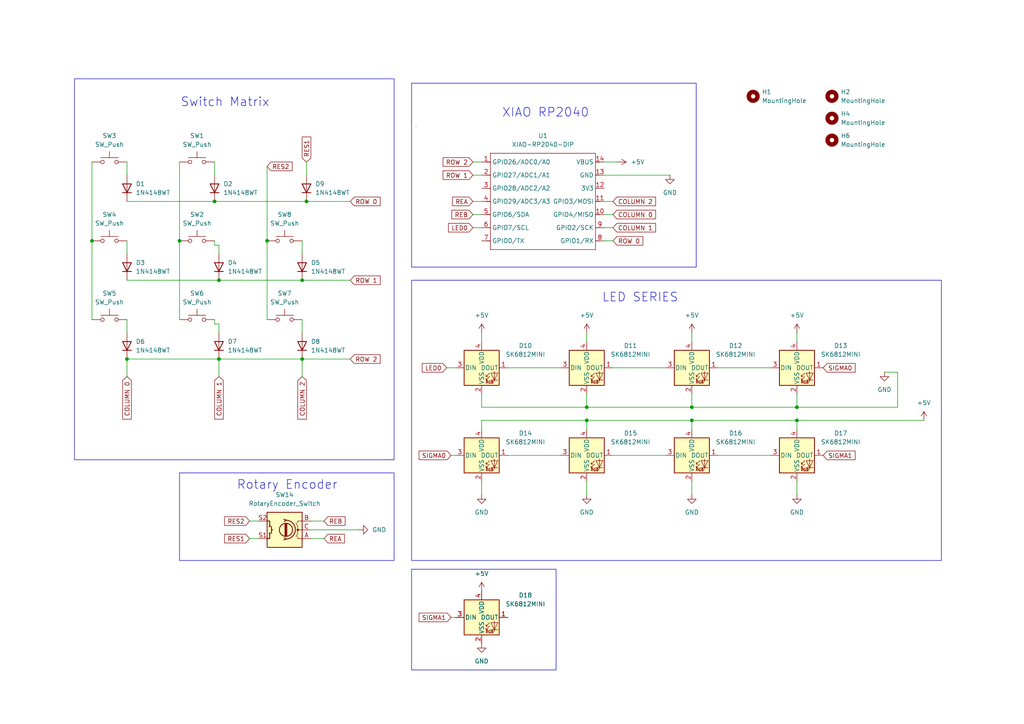
<source format=kicad_sch>
(kicad_sch (version 20250114) (generator "eeschema") (generator_version "9.0")
  (paper "A4")
  (lib_symbols
    (symbol "Device:RotaryEncoder_Switch" (pin_names (offset 0.254) (hide yes))
      (property "Reference" "SW" (at 0 6.604 0))
      (property "Value" "RotaryEncoder_Switch" (at 0 -6.604 0))
      (symbol "RotaryEncoder_Switch_0_1"
        (rectangle (start -5.08 5.08) (end 5.08 -5.08) (stroke (width 0.254)) (fill (type background)))
        (polyline (pts (xy -5.08 2.54) (xy -3.81 2.54) (xy -3.81 2.032)))
        (polyline (pts (xy -5.08 0) (xy -3.81 0) (xy -3.81 -1.016) (xy -3.302 -2.032)))
        (polyline (pts (xy -5.08 -2.54) (xy -3.81 -2.54) (xy -3.81 -2.032)))
        (polyline (pts (xy -4.318 0) (xy -3.81 0) (xy -3.81 1.016) (xy -3.302 2.032)))
        (circle (center -3.81 0) (radius 0.254) (fill (type outline)))
        (polyline (pts (xy -0.635 -1.778) (xy -0.635 1.778)) (stroke (width 0.254)))
        (circle (center -0.381 0) (radius 1.905) (stroke (width 0.254)))
        (polyline (pts (xy -0.381 -1.778) (xy -0.381 1.778)) (stroke (width 0.254)))
        (arc (start -0.381 -2.794) (mid -3.0988 -0.0635) (end -0.381 2.667) (stroke (width 0.254)))
        (polyline (pts (xy -0.127 1.778) (xy -0.127 -1.778)) (stroke (width 0.254)))
        (polyline (pts (xy 0.254 2.921) (xy -0.508 2.667) (xy 0.127 2.286)) (stroke (width 0.254)))
        (polyline (pts (xy 0.254 -3.048) (xy -0.508 -2.794) (xy 0.127 -2.413)) (stroke (width 0.254)))
        (polyline (pts (xy 3.81 1.016) (xy 3.81 -1.016)) (stroke (width 0.254)))
        (polyline (pts (xy 3.81 0) (xy 3.429 0)) (stroke (width 0.254)))
        (circle (center 4.318 1.016) (radius 0.127) (stroke (width 0.254)))
        (circle (center 4.318 -1.016) (radius 0.127) (stroke (width 0.254)))
        (polyline (pts (xy 5.08 2.54) (xy 4.318 2.54) (xy 4.318 1.016)) (stroke (width 0.254)))
        (polyline (pts (xy 5.08 -2.54) (xy 4.318 -2.54) (xy 4.318 -1.016)) (stroke (width 0.254)))
      )
      (symbol "RotaryEncoder_Switch_1_1"
        (pin passive line (at -7.62 2.54 0) (length 2.54) (name "A") (number "A"))
        (pin passive line (at -7.62 0 0) (length 2.54) (name "C") (number "C"))
        (pin passive line (at -7.62 -2.54 0) (length 2.54) (name "B") (number "B"))
        (pin passive line (at 7.62 2.54 180) (length 2.54) (name "S1") (number "S1"))
        (pin passive line (at 7.62 -2.54 180) (length 2.54) (name "S2") (number "S2"))
      )
    )
    (symbol "Diode:1N4148WT" (pin_numbers (hide yes)) (pin_names (hide yes))
      (property "Reference" "D" (at 0 2.54 0))
      (property "Value" "1N4148WT" (at 0 -2.54 0))
      (symbol "1N4148WT_0_1"
        (polyline (pts (xy -1.27 1.27) (xy -1.27 -1.27)) (stroke (width 0.254)))
        (polyline (pts (xy 1.27 1.27) (xy 1.27 -1.27) (xy -1.27 0) (xy 1.27 1.27)) (stroke (width 0.254)))
        (polyline (pts (xy 1.27 0) (xy -1.27 0)))
      )
      (symbol "1N4148WT_1_1"
        (pin passive line (at -3.81 0 0) (length 2.54) (name "K") (number "1"))
        (pin passive line (at 3.81 0 180) (length 2.54) (name "A") (number "2"))
      )
    )
    (symbol "LED:SK6812MINI" (pin_names (offset 0.254))
      (property "Reference" "D" (at 5.08 5.715 0))
      (property "Value" "SK6812MINI" (at 1.27 -5.715 0))
      (symbol "SK6812MINI_0_0"
        (text "RGB" (at 2.286 -4.191 0) (effects (font (size 0.762 0.762))))
      )
      (symbol "SK6812MINI_0_1"
        (polyline (pts (xy 1.27 -2.54) (xy 1.778 -2.54)))
        (polyline (pts (xy 1.27 -3.556) (xy 1.778 -3.556)))
        (polyline (pts (xy 2.286 -1.524) (xy 1.27 -2.54) (xy 1.27 -2.032)))
        (polyline (pts (xy 2.286 -2.54) (xy 1.27 -3.556) (xy 1.27 -3.048)))
        (polyline (pts (xy 3.683 -1.016) (xy 3.683 -3.556) (xy 3.683 -4.064)))
        (polyline (pts (xy 4.699 -1.524) (xy 2.667 -1.524) (xy 3.683 -3.556) (xy 4.699 -1.524)))
        (polyline (pts (xy 4.699 -3.556) (xy 2.667 -3.556)))
        (rectangle (start 5.08 5.08) (end -5.08 -5.08) (stroke (width 0.254)) (fill (type background)))
      )
      (symbol "SK6812MINI_1_1"
        (pin input line (at -7.62 0 0) (length 2.54) (name "DIN") (number "3"))
        (pin power_in line (at 0 7.62 270) (length 2.54) (name "VDD") (number "4"))
        (pin power_in line (at 0 -7.62 90) (length 2.54) (name "VSS") (number "2"))
        (pin output line (at 7.62 0 180) (length 2.54) (name "DOUT") (number "1"))
      )
    )
    (symbol "Mechanical:MountingHole" (pin_names (offset 1.016)) (in_bom no)
      (property "Reference" "H" (at 0 5.08 0))
      (property "Value" "MountingHole" (at 0 3.175 0))
      (symbol "MountingHole_0_1"
        (circle (center 0 0) (radius 1.27) (stroke (width 1.27)))
      )
    )
    (symbol "OPL:XIAO-RP2040-DIP"
      (property "Reference" "U" (at 0 0 0))
      (property "Value" "XIAO-RP2040-DIP" (at 5.334 -1.778 0))
      (symbol "XIAO-RP2040-DIP_1_0"
        (polyline (pts (xy -1.27 -2.54) (xy 29.21 -2.54)) (stroke (width 0.1524)))
        (polyline (pts (xy -1.27 -5.08) (xy -2.54 -5.08)) (stroke (width 0.1524)))
        (polyline (pts (xy -1.27 -5.08) (xy -1.27 -2.54)) (stroke (width 0.1524)))
        (polyline (pts (xy -1.27 -8.89) (xy -2.54 -8.89)) (stroke (width 0.1524)))
        (polyline (pts (xy -1.27 -8.89) (xy -1.27 -5.08)) (stroke (width 0.1524)))
        (polyline (pts (xy -1.27 -12.7) (xy -2.54 -12.7)) (stroke (width 0.1524)))
        (polyline (pts (xy -1.27 -12.7) (xy -1.27 -8.89)) (stroke (width 0.1524)))
        (polyline (pts (xy -1.27 -16.51) (xy -2.54 -16.51)) (stroke (width 0.1524)))
        (polyline (pts (xy -1.27 -16.51) (xy -1.27 -12.7)) (stroke (width 0.1524)))
        (polyline (pts (xy -1.27 -20.32) (xy -2.54 -20.32)) (stroke (width 0.1524)))
        (polyline (pts (xy -1.27 -24.13) (xy -2.54 -24.13)) (stroke (width 0.1524)))
        (polyline (pts (xy -1.27 -27.94) (xy -2.54 -27.94)) (stroke (width 0.1524)))
        (polyline (pts (xy -1.27 -30.48) (xy -1.27 -16.51)) (stroke (width 0.1524)))
        (polyline (pts (xy 29.21 -2.54) (xy 29.21 -5.08)) (stroke (width 0.1524)))
        (polyline (pts (xy 29.21 -5.08) (xy 29.21 -8.89)) (stroke (width 0.1524)))
        (polyline (pts (xy 29.21 -8.89) (xy 29.21 -12.7)) (stroke (width 0.1524)))
        (polyline (pts (xy 29.21 -12.7) (xy 29.21 -30.48)) (stroke (width 0.1524)))
        (polyline (pts (xy 29.21 -30.48) (xy -1.27 -30.48)) (stroke (width 0.1524)))
        (polyline (pts (xy 30.48 -5.08) (xy 29.21 -5.08)) (stroke (width 0.1524)))
        (polyline (pts (xy 30.48 -8.89) (xy 29.21 -8.89)) (stroke (width 0.1524)))
        (polyline (pts (xy 30.48 -12.7) (xy 29.21 -12.7)) (stroke (width 0.1524)))
        (polyline (pts (xy 30.48 -16.51) (xy 29.21 -16.51)) (stroke (width 0.1524)))
        (polyline (pts (xy 30.48 -20.32) (xy 29.21 -20.32)) (stroke (width 0.1524)))
        (polyline (pts (xy 30.48 -24.13) (xy 29.21 -24.13)) (stroke (width 0.1524)))
        (polyline (pts (xy 30.48 -27.94) (xy 29.21 -27.94)) (stroke (width 0.1524)))
        (pin passive line (at -3.81 -5.08 0) (length 2.54) (name "GPIO26/ADC0/A0") (number "1"))
        (pin passive line (at -3.81 -8.89 0) (length 2.54) (name "GPIO27/ADC1/A1") (number "2"))
        (pin passive line (at -3.81 -12.7 0) (length 2.54) (name "GPIO28/ADC2/A2") (number "3"))
        (pin passive line (at -3.81 -16.51 0) (length 2.54) (name "GPIO29/ADC3/A3") (number "4"))
        (pin passive line (at -3.81 -20.32 0) (length 2.54) (name "GPIO6/SDA") (number "5"))
        (pin passive line (at -3.81 -24.13 0) (length 2.54) (name "GPIO7/SCL") (number "6"))
        (pin passive line (at -3.81 -27.94 0) (length 2.54) (name "GPIO0/TX") (number "7"))
        (pin passive line (at 31.75 -5.08 180) (length 2.54) (name "VBUS") (number "14"))
        (pin passive line (at 31.75 -8.89 180) (length 2.54) (name "GND") (number "13"))
        (pin passive line (at 31.75 -12.7 180) (length 2.54) (name "3V3") (number "12"))
        (pin passive line (at 31.75 -16.51 180) (length 2.54) (name "GPIO3/MOSI") (number "11"))
        (pin passive line (at 31.75 -20.32 180) (length 2.54) (name "GPIO4/MISO") (number "10"))
        (pin passive line (at 31.75 -24.13 180) (length 2.54) (name "GPIO2/SCK") (number "9"))
        (pin passive line (at 31.75 -27.94 180) (length 2.54) (name "GPIO1/RX") (number "8"))
      )
    )
    (symbol "Switch:SW_Push" (pin_numbers (hide yes)) (pin_names (offset 1.016) (hide yes))
      (property "Reference" "SW" (at 1.27 2.54 0))
      (property "Value" "SW_Push" (at 0 -1.524 0))
      (symbol "SW_Push_0_1"
        (circle (center -2.032 0) (radius 0.508))
        (polyline (pts (xy 0 1.27) (xy 0 3.048)))
        (circle (center 2.032 0) (radius 0.508))
        (polyline (pts (xy 2.54 1.27) (xy -2.54 1.27)))
        (pin passive line (at -5.08 0 0) (length 2.54) (name "1") (number "1"))
        (pin passive line (at 5.08 0 180) (length 2.54) (name "2") (number "2"))
      )
    )
    (symbol "power:+5V" (power) (pin_numbers (hide yes)) (pin_names (offset 0) (hide yes))
      (property "Value" "+5V" (at 0 3.556 0))
      (symbol "+5V_0_1"
        (polyline (pts (xy -0.762 1.27) (xy 0 2.54)))
        (polyline (pts (xy 0 2.54) (xy 0.762 1.27)))
        (polyline (pts (xy 0 0) (xy 0 2.54)))
      )
      (symbol "+5V_1_1"
        (pin power_in line (at 0 0 90) (length 0) (name "~") (number "1"))
      )
    )
    (symbol "power:GND" (power) (pin_numbers (hide yes)) (pin_names (offset 0) (hide yes))
      (property "Value" "GND" (at 0 -3.81 0))
      (symbol "GND_0_1"
        (polyline (pts (xy 0 0) (xy 0 -1.27) (xy 1.27 -1.27) (xy 0 -2.54) (xy -1.27 -1.27) (xy 0 -1.27)))
      )
      (symbol "GND_1_1"
        (pin power_in line (at 0 0 270) (length 0) (name "~") (number "1"))
      )
    )
  )
  (rectangle (start 52.07 137.16) (end 114.3 162.56))
  (rectangle (start 21.59 22.86) (end 114.3 133.35))
  (rectangle (start 119.38 24.13) (end 201.93 77.47))
  (rectangle (start 120.65 36.83) (end 120.65 36.83))
  (rectangle (start 119.38 81.28) (end 273.05 162.56))
  (rectangle (start 119.38 165.1) (end 161.29 194.31))
  (text "XIAO RP2040" (at 158.242 32.766 0) (effects (font (size 2.54 2.54))))
  (text "LED SERIES" (at 185.674 86.36 0) (effects (font (size 2.54 2.54))))
  (text "Rotary Encoder" (at 83.312 140.716 0) (effects (font (size 2.54 2.54))))
  (text "Switch Matrix" (at 65.278 29.718 0) (effects (font (size 2.54 2.54))))
  (junction (at 200.66 118.11))
  (junction (at 26.67 69.85))
  (junction (at 231.14 118.11))
  (junction (at 63.5 104.14))
  (junction (at 170.18 118.11))
  (junction (at 88.9 58.42))
  (junction (at 231.14 121.92))
  (junction (at 63.5 81.28))
  (junction (at 200.66 121.92))
  (junction (at 87.63 104.14))
  (junction (at 62.23 58.42))
  (junction (at 170.18 121.92))
  (junction (at 36.83 104.14))
  (junction (at 87.63 81.28))
  (junction (at 77.47 69.85))
  (junction (at 52.07 69.85))
  (wire (pts (xy 90.17 151.13) (xy 93.98 151.13)))
  (wire (pts (xy 63.5 81.28) (xy 87.63 81.28)))
  (wire (pts (xy 231.14 121.92) (xy 231.14 124.46)))
  (wire (pts (xy 77.47 69.85) (xy 77.47 92.71)))
  (wire (pts (xy 36.83 92.71) (xy 36.83 96.52)))
  (wire (pts (xy 200.66 118.11) (xy 231.14 118.11)))
  (wire (pts (xy 52.07 69.85) (xy 52.07 92.71)))
  (wire (pts (xy 139.7 118.11) (xy 170.18 118.11)))
  (wire (pts (xy 62.23 46.99) (xy 62.23 50.8)))
  (wire (pts (xy 200.66 121.92) (xy 200.66 124.46)))
  (wire (pts (xy 26.67 46.99) (xy 26.67 69.85)))
  (wire (pts (xy 200.66 121.92) (xy 231.14 121.92)))
  (wire (pts (xy 175.26 66.04) (xy 177.8 66.04)))
  (wire (pts (xy 137.16 66.04) (xy 139.7 66.04)))
  (wire (pts (xy 88.9 46.99) (xy 88.9 50.8)))
  (wire (pts (xy 63.5 104.14) (xy 87.63 104.14)))
  (wire (pts (xy 137.16 62.23) (xy 139.7 62.23)))
  (wire (pts (xy 62.23 69.85) (xy 62.23 71.12)))
  (wire (pts (xy 72.39 156.21) (xy 74.93 156.21)))
  (wire (pts (xy 200.66 96.52) (xy 200.66 99.06)))
  (wire (pts (xy 77.47 48.26) (xy 77.47 69.85)))
  (wire (pts (xy 175.26 58.42) (xy 177.8 58.42)))
  (wire (pts (xy 170.18 114.3) (xy 170.18 118.11)))
  (wire (pts (xy 90.17 153.67) (xy 104.14 153.67)))
  (wire (pts (xy 175.26 46.99) (xy 179.07 46.99)))
  (wire (pts (xy 62.23 93.98) (xy 63.5 93.98)))
  (wire (pts (xy 177.8 106.68) (xy 193.04 106.68)))
  (wire (pts (xy 147.32 132.08) (xy 162.56 132.08)))
  (wire (pts (xy 87.63 104.14) (xy 101.6 104.14)))
  (wire (pts (xy 200.66 139.7) (xy 200.66 143.51)))
  (wire (pts (xy 147.32 106.68) (xy 162.56 106.68)))
  (wire (pts (xy 130.81 179.07) (xy 132.08 179.07)))
  (wire (pts (xy 208.28 132.08) (xy 223.52 132.08)))
  (wire (pts (xy 88.9 58.42) (xy 101.6 58.42)))
  (wire (pts (xy 63.5 104.14) (xy 63.5 109.22)))
  (wire (pts (xy 137.16 46.99) (xy 139.7 46.99)))
  (wire (pts (xy 208.28 106.68) (xy 223.52 106.68)))
  (wire (pts (xy 200.66 114.3) (xy 200.66 118.11)))
  (wire (pts (xy 62.23 71.12) (xy 63.5 71.12)))
  (wire (pts (xy 231.14 96.52) (xy 231.14 99.06)))
  (wire (pts (xy 170.18 121.92) (xy 170.18 124.46)))
  (wire (pts (xy 200.66 121.92) (xy 170.18 121.92)))
  (wire (pts (xy 175.26 69.85) (xy 177.8 69.85)))
  (wire (pts (xy 26.67 69.85) (xy 26.67 92.71)))
  (wire (pts (xy 175.26 50.8) (xy 194.31 50.8)))
  (wire (pts (xy 139.7 121.92) (xy 170.18 121.92)))
  (wire (pts (xy 260.35 107.95) (xy 256.54 107.95)))
  (wire (pts (xy 87.63 81.28) (xy 101.6 81.28)))
  (wire (pts (xy 36.83 46.99) (xy 36.83 50.8)))
  (wire (pts (xy 231.14 114.3) (xy 231.14 118.11)))
  (wire (pts (xy 36.83 81.28) (xy 63.5 81.28)))
  (wire (pts (xy 170.18 139.7) (xy 170.18 143.51)))
  (wire (pts (xy 36.83 104.14) (xy 36.83 109.22)))
  (wire (pts (xy 63.5 93.98) (xy 63.5 96.52)))
  (wire (pts (xy 139.7 96.52) (xy 139.7 99.06)))
  (wire (pts (xy 231.14 121.92) (xy 267.97 121.92)))
  (wire (pts (xy 260.35 118.11) (xy 231.14 118.11)))
  (wire (pts (xy 129.54 106.68) (xy 132.08 106.68)))
  (wire (pts (xy 52.07 46.99) (xy 52.07 69.85)))
  (wire (pts (xy 87.63 92.71) (xy 87.63 96.52)))
  (wire (pts (xy 36.83 69.85) (xy 36.83 73.66)))
  (wire (pts (xy 62.23 58.42) (xy 88.9 58.42)))
  (wire (pts (xy 260.35 118.11) (xy 260.35 107.95)))
  (wire (pts (xy 137.16 58.42) (xy 139.7 58.42)))
  (wire (pts (xy 63.5 71.12) (xy 63.5 73.66)))
  (wire (pts (xy 36.83 104.14) (xy 63.5 104.14)))
  (wire (pts (xy 139.7 121.92) (xy 139.7 124.46)))
  (wire (pts (xy 130.81 132.08) (xy 132.08 132.08)))
  (wire (pts (xy 139.7 139.7) (xy 139.7 143.51)))
  (wire (pts (xy 36.83 58.42) (xy 62.23 58.42)))
  (wire (pts (xy 170.18 118.11) (xy 200.66 118.11)))
  (wire (pts (xy 87.63 104.14) (xy 87.63 109.22)))
  (wire (pts (xy 177.8 132.08) (xy 193.04 132.08)))
  (wire (pts (xy 139.7 114.3) (xy 139.7 118.11)))
  (wire (pts (xy 72.39 151.13) (xy 74.93 151.13)))
  (wire (pts (xy 175.26 62.23) (xy 177.8 62.23)))
  (wire (pts (xy 231.14 139.7) (xy 231.14 143.51)))
  (wire (pts (xy 90.17 156.21) (xy 93.98 156.21)))
  (wire (pts (xy 170.18 96.52) (xy 170.18 99.06)))
  (wire (pts (xy 87.63 69.85) (xy 87.63 73.66)))
  (wire (pts (xy 62.23 92.71) (xy 62.23 93.98)))
  (wire (pts (xy 137.16 50.8) (xy 139.7 50.8)))
  (global_label "SIGMA0" (shape input) (at 130.81 132.08 180) (property "Intersheetrefs" "${INTERSHEET_REFS}" (effects (hide yes))))
  (global_label "REB" (shape input) (at 93.98 151.13 0) (property "Intersheetrefs" "${INTERSHEET_REFS}" (effects (hide yes))))
  (global_label "RES1" (shape input) (at 88.9 46.99 90) (property "Intersheetrefs" "${INTERSHEET_REFS}" (effects (hide yes))))
  (global_label "COLUMN 1" (shape input) (at 177.8 66.04 0) (property "Intersheetrefs" "${INTERSHEET_REFS}" (effects (hide yes))))
  (global_label "ROW 2" (shape input) (at 101.6 104.14 0) (property "Intersheetrefs" "${INTERSHEET_REFS}" (effects (hide yes))))
  (global_label "SIGMA1" (shape input) (at 130.81 179.07 180) (property "Intersheetrefs" "${INTERSHEET_REFS}" (effects (hide yes))))
  (global_label "COLUMN 2" (shape input) (at 87.63 109.22 270) (property "Intersheetrefs" "${INTERSHEET_REFS}" (effects (hide yes))))
  (global_label "RES1" (shape input) (at 72.39 156.21 180) (property "Intersheetrefs" "${INTERSHEET_REFS}" (effects (hide yes))))
  (global_label "COLUMN 0" (shape input) (at 36.83 109.22 270) (property "Intersheetrefs" "${INTERSHEET_REFS}" (effects (hide yes))))
  (global_label "COLUMN 2" (shape input) (at 177.8 58.42 0) (property "Intersheetrefs" "${INTERSHEET_REFS}" (effects (hide yes))))
  (global_label "LED0" (shape input) (at 129.54 106.68 180) (property "Intersheetrefs" "${INTERSHEET_REFS}" (effects (hide yes))))
  (global_label "ROW 0" (shape input) (at 177.8 69.85 0) (property "Intersheetrefs" "${INTERSHEET_REFS}" (effects (hide yes))))
  (global_label "RES2" (shape input) (at 77.47 48.26 0) (property "Intersheetrefs" "${INTERSHEET_REFS}" (effects (hide yes))))
  (global_label "ROW 1" (shape input) (at 101.6 81.28 0) (property "Intersheetrefs" "${INTERSHEET_REFS}" (effects (hide yes))))
  (global_label "REA" (shape input) (at 137.16 58.42 180) (property "Intersheetrefs" "${INTERSHEET_REFS}" (effects (hide yes))))
  (global_label "RES2" (shape input) (at 72.39 151.13 180) (property "Intersheetrefs" "${INTERSHEET_REFS}" (effects (hide yes))))
  (global_label "REB" (shape input) (at 137.16 62.23 180) (property "Intersheetrefs" "${INTERSHEET_REFS}" (effects (hide yes))))
  (global_label "COLUMN 1" (shape input) (at 63.5 109.22 270) (property "Intersheetrefs" "${INTERSHEET_REFS}" (effects (hide yes))))
  (global_label "ROW 2" (shape input) (at 137.16 46.99 180) (property "Intersheetrefs" "${INTERSHEET_REFS}" (effects (hide yes))))
  (global_label "LED0" (shape input) (at 137.16 66.04 180) (property "Intersheetrefs" "${INTERSHEET_REFS}" (effects (hide yes))))
  (global_label "SIGMA1" (shape input) (at 238.76 132.08 0) (property "Intersheetrefs" "${INTERSHEET_REFS}" (effects (hide yes))))
  (global_label "ROW 1" (shape input) (at 137.16 50.8 180) (property "Intersheetrefs" "${INTERSHEET_REFS}" (effects (hide yes))))
  (global_label "REA" (shape input) (at 93.98 156.21 0) (property "Intersheetrefs" "${INTERSHEET_REFS}" (effects (hide yes))))
  (global_label "SIGMA0" (shape input) (at 238.76 106.68 0) (property "Intersheetrefs" "${INTERSHEET_REFS}" (effects (hide yes))))
  (global_label "ROW 0" (shape input) (at 101.6 58.42 0) (property "Intersheetrefs" "${INTERSHEET_REFS}" (effects (hide yes))))
  (global_label "COLUMN 0" (shape input) (at 177.8 62.23 0) (property "Intersheetrefs" "${INTERSHEET_REFS}" (effects (hide yes))))
  (symbol (lib_id "power:+5V") (at 267.97 121.92 0) (unit 1)
    (property "Reference" "#PWR08" (effects (hide yes)))
    (property "Value" "+5V" (at 267.97 116.84 0))
    (property "Description" "Power symbol creates a global label with name \"+5V\"" (effects (hide yes)))
  )
  (symbol (lib_id "Switch:SW_Push") (at 31.75 46.99 0) (unit 1)
    (property "Reference" "SW3" (at 31.75 39.37 0))
    (property "Value" "SW_Push" (at 31.75 41.91 0))
    (property "Footprint" "Button_Switch_Keyboard:SW_Cherry_MX_1.00u_PCB" (effects (hide yes)))
    (property "Description" "Push button switch, generic, two pins" (effects (hide yes)))
  )
  (symbol (lib_id "power:GND") (at 104.14 153.67 90) (unit 1)
    (property "Reference" "#PWR01" (effects (hide yes)))
    (property "Value" "GND" (at 107.95 153.6699 90) (effects (justify right)))
    (property "Description" "Power symbol creates a global label with name \"GND\" , ground" (effects (hide yes)))
  )
  (symbol (lib_id "Switch:SW_Push") (at 31.75 92.71 0) (unit 1)
    (property "Reference" "SW5" (at 31.75 85.09 0))
    (property "Value" "SW_Push" (at 31.75 87.63 0))
    (property "Footprint" "Button_Switch_Keyboard:SW_Cherry_MX_1.00u_Plate" (effects (hide yes)))
    (property "Description" "Push button switch, generic, two pins" (effects (hide yes)))
  )
  (symbol (lib_id "Switch:SW_Push") (at 82.55 69.85 0) (unit 1)
    (property "Reference" "SW8" (at 82.55 62.23 0))
    (property "Value" "SW_Push" (at 82.55 64.77 0))
    (property "Footprint" "Button_Switch_Keyboard:SW_Cherry_MX_1.00u_PCB" (effects (hide yes)))
    (property "Description" "Push button switch, generic, two pins" (effects (hide yes)))
  )
  (symbol (lib_id "LED:SK6812MINI") (at 231.14 106.68 0) (unit 1)
    (property "Reference" "D13" (at 243.84 100.2598 0))
    (property "Value" "SK6812MINI" (at 243.84 102.7998 0))
    (property "Footprint" "LED_SMD:LED_SK6812MINI_PLCC4_3.5x3.5mm_P1.75mm" (effects (hide yes)))
    (property "Datasheet" "https://cdn-shop.adafruit.com/product-files/2686/SK6812MINI_REV.01-1-2.pdf" (effects (hide yes)))
    (property "Description" "RGB LED with integrated controller" (effects (hide yes)))
  )
  (symbol (lib_id "power:GND") (at 139.7 143.51 0) (unit 1)
    (property "Reference" "#PWR013" (effects (hide yes)))
    (property "Value" "GND" (at 139.7 148.59 0))
    (property "Description" "Power symbol creates a global label with name \"GND\" , ground" (effects (hide yes)))
  )
  (symbol (lib_id "LED:SK6812MINI") (at 200.66 106.68 0) (unit 1)
    (property "Reference" "D12" (at 213.36 100.2598 0))
    (property "Value" "SK6812MINI" (at 213.36 102.7998 0))
    (property "Footprint" "LED_SMD:LED_SK6812MINI_PLCC4_3.5x3.5mm_P1.75mm" (effects (hide yes)))
    (property "Datasheet" "https://cdn-shop.adafruit.com/product-files/2686/SK6812MINI_REV.01-1-2.pdf" (effects (hide yes)))
    (property "Description" "RGB LED with integrated controller" (effects (hide yes)))
  )
  (symbol (lib_id "Mechanical:MountingHole") (at 218.44 27.94 0) (unit 1) (in_bom no)
    (property "Reference" "H1" (at 220.98 26.6699 0) (effects (justify left)))
    (property "Value" "MountingHole" (at 220.98 29.2099 0) (effects (justify left)))
    (property "Footprint" "mounting hole:Mounting Hole 2.2mm M2 Pad" (effects (hide yes)))
    (property "Description" "Mounting Hole without connection" (effects (hide yes)))
  )
  (symbol (lib_id "Mechanical:MountingHole") (at 241.3 27.94 0) (unit 1) (in_bom no)
    (property "Reference" "H2" (at 243.84 26.6699 0) (effects (justify left)))
    (property "Value" "MountingHole" (at 243.84 29.2099 0) (effects (justify left)))
    (property "Footprint" "mounting hole:Mounting Hole 2.2mm M2 Pad" (effects (hide yes)))
    (property "Description" "Mounting Hole without connection" (effects (hide yes)))
  )
  (symbol (lib_id "power:+5V") (at 200.66 96.52 0) (unit 1)
    (property "Reference" "#PWR05" (effects (hide yes)))
    (property "Value" "+5V" (at 200.66 91.44 0))
    (property "Description" "Power symbol creates a global label with name \"+5V\"" (effects (hide yes)))
  )
  (symbol (lib_id "Switch:SW_Push") (at 57.15 92.71 0) (unit 1)
    (property "Reference" "SW6" (at 57.15 85.09 0))
    (property "Value" "SW_Push" (at 57.15 87.63 0))
    (property "Footprint" "Button_Switch_Keyboard:SW_Cherry_MX_1.00u_Plate" (effects (hide yes)))
    (property "Description" "Push button switch, generic, two pins" (effects (hide yes)))
  )
  (symbol (lib_id "Switch:SW_Push") (at 82.55 92.71 0) (unit 1)
    (property "Reference" "SW7" (at 82.55 85.09 0))
    (property "Value" "SW_Push" (at 82.55 87.63 0))
    (property "Footprint" "Button_Switch_Keyboard:SW_Cherry_MX_1.00u_Plate" (effects (hide yes)))
    (property "Description" "Push button switch, generic, two pins" (effects (hide yes)))
  )
  (symbol (lib_id "LED:SK6812MINI") (at 170.18 132.08 0) (unit 1)
    (property "Reference" "D15" (at 182.88 125.6598 0))
    (property "Value" "SK6812MINI" (at 182.88 128.1998 0))
    (property "Footprint" "LED_SMD:LED_SK6812MINI_PLCC4_3.5x3.5mm_P1.75mm" (effects (hide yes)))
    (property "Datasheet" "https://cdn-shop.adafruit.com/product-files/2686/SK6812MINI_REV.01-1-2.pdf" (effects (hide yes)))
    (property "Description" "RGB LED with integrated controller" (effects (hide yes)))
  )
  (symbol (lib_id "power:GND") (at 231.14 143.51 0) (unit 1)
    (property "Reference" "#PWR019" (effects (hide yes)))
    (property "Value" "GND" (at 231.14 148.59 0))
    (property "Description" "Power symbol creates a global label with name \"GND\" , ground" (effects (hide yes)))
  )
  (symbol (lib_id "Mechanical:MountingHole") (at 241.3 40.64 0) (unit 1) (in_bom no)
    (property "Reference" "H6" (at 243.84 39.3699 0) (effects (justify left)))
    (property "Value" "MountingHole" (at 243.84 41.9099 0) (effects (justify left)))
    (property "Footprint" "mounting hole:Mounting Hole 2.2mm M2 Pad" (effects (hide yes)))
    (property "Description" "Mounting Hole without connection" (effects (hide yes)))
  )
  (symbol (lib_id "power:+5V") (at 179.07 46.99 270) (unit 1)
    (property "Reference" "#PWR02" (effects (hide yes)))
    (property "Value" "+5V" (at 182.88 46.9899 90) (effects (justify left)))
    (property "Description" "Power symbol creates a global label with name \"+5V\"" (effects (hide yes)))
  )
  (symbol (lib_id "Diode:1N4148WT") (at 62.23 54.61 90) (unit 1)
    (property "Reference" "D2" (at 64.77 53.3399 90) (effects (justify right)))
    (property "Value" "1N4148WT" (at 64.77 55.8799 90) (effects (justify right)))
    (property "Footprint" "Diode_THT:D_DO-35_SOD27_P7.62mm_Horizontal" (effects (hide yes)))
    (property "Datasheet" "https://www.diodes.com/assets/Datasheets/ds30396.pdf" (effects (hide yes)))
    (property "Description" "75V 0.15A Fast switching Diode, SOD-523" (effects (hide yes)))
    (property "Sim.Device" "D" (effects (hide yes)))
    (property "Sim.Pins" "1=K 2=A" (effects (hide yes)))
  )
  (symbol (lib_id "power:+5V") (at 139.7 171.45 0) (unit 1)
    (property "Reference" "#PWR016" (effects (hide yes)))
    (property "Value" "+5V" (at 139.7 166.37 0))
    (property "Description" "Power symbol creates a global label with name \"+5V\"" (effects (hide yes)))
  )
  (symbol (lib_id "power:GND") (at 139.7 186.69 0) (unit 1)
    (property "Reference" "#PWR09" (effects (hide yes)))
    (property "Value" "GND" (at 139.7 191.77 0))
    (property "Description" "Power symbol creates a global label with name \"GND\" , ground" (effects (hide yes)))
  )
  (symbol (lib_id "Diode:1N4148WT") (at 36.83 100.33 90) (unit 1)
    (property "Reference" "D6" (at 39.37 99.0599 90) (effects (justify right)))
    (property "Value" "1N4148WT" (at 39.37 101.5999 90) (effects (justify right)))
    (property "Footprint" "Diode_THT:D_DO-35_SOD27_P7.62mm_Horizontal" (effects (hide yes)))
    (property "Datasheet" "https://www.diodes.com/assets/Datasheets/ds30396.pdf" (effects (hide yes)))
    (property "Description" "75V 0.15A Fast switching Diode, SOD-523" (effects (hide yes)))
    (property "Sim.Device" "D" (effects (hide yes)))
    (property "Sim.Pins" "1=K 2=A" (effects (hide yes)))
  )
  (symbol (lib_id "power:+5V") (at 170.18 96.52 0) (unit 1)
    (property "Reference" "#PWR04" (effects (hide yes)))
    (property "Value" "+5V" (at 170.18 91.44 0))
    (property "Description" "Power symbol creates a global label with name \"+5V\"" (effects (hide yes)))
  )
  (symbol (lib_id "Diode:1N4148WT") (at 63.5 77.47 90) (unit 1)
    (property "Reference" "D4" (at 66.04 76.1999 90) (effects (justify right)))
    (property "Value" "1N4148WT" (at 66.04 78.7399 90) (effects (justify right)))
    (property "Footprint" "Diode_THT:D_DO-35_SOD27_P7.62mm_Horizontal" (effects (hide yes)))
    (property "Datasheet" "https://www.diodes.com/assets/Datasheets/ds30396.pdf" (effects (hide yes)))
    (property "Description" "75V 0.15A Fast switching Diode, SOD-523" (effects (hide yes)))
    (property "Sim.Device" "D" (effects (hide yes)))
    (property "Sim.Pins" "1=K 2=A" (effects (hide yes)))
  )
  (symbol (lib_id "LED:SK6812MINI") (at 139.7 106.68 0) (unit 1)
    (property "Reference" "D10" (at 152.4 100.2598 0))
    (property "Value" "SK6812MINI" (at 152.4 102.7998 0))
    (property "Footprint" "LED_SMD:LED_SK6812MINI_PLCC4_3.5x3.5mm_P1.75mm" (effects (hide yes)))
    (property "Datasheet" "https://cdn-shop.adafruit.com/product-files/2686/SK6812MINI_REV.01-1-2.pdf" (effects (hide yes)))
    (property "Description" "RGB LED with integrated controller" (effects (hide yes)))
  )
  (symbol (lib_id "LED:SK6812MINI") (at 200.66 132.08 0) (unit 1)
    (property "Reference" "D16" (at 213.36 125.6598 0))
    (property "Value" "SK6812MINI" (at 213.36 128.1998 0))
    (property "Footprint" "LED_SMD:LED_SK6812MINI_PLCC4_3.5x3.5mm_P1.75mm" (effects (hide yes)))
    (property "Datasheet" "https://cdn-shop.adafruit.com/product-files/2686/SK6812MINI_REV.01-1-2.pdf" (effects (hide yes)))
    (property "Description" "RGB LED with integrated controller" (effects (hide yes)))
  )
  (symbol (lib_id "power:+5V") (at 231.14 96.52 0) (unit 1)
    (property "Reference" "#PWR06" (effects (hide yes)))
    (property "Value" "+5V" (at 231.14 91.44 0))
    (property "Description" "Power symbol creates a global label with name \"+5V\"" (effects (hide yes)))
  )
  (symbol (lib_id "Switch:SW_Push") (at 31.75 69.85 0) (unit 1)
    (property "Reference" "SW4" (at 31.75 62.23 0))
    (property "Value" "SW_Push" (at 31.75 64.77 0))
    (property "Footprint" "Button_Switch_Keyboard:SW_Cherry_MX_1.00u_PCB" (effects (hide yes)))
    (property "Description" "Push button switch, generic, two pins" (effects (hide yes)))
  )
  (symbol (lib_id "Diode:1N4148WT") (at 87.63 100.33 90) (unit 1)
    (property "Reference" "D8" (at 90.17 99.0599 90) (effects (justify right)))
    (property "Value" "1N4148WT" (at 90.17 101.5999 90) (effects (justify right)))
    (property "Footprint" "Diode_THT:D_DO-35_SOD27_P7.62mm_Horizontal" (effects (hide yes)))
    (property "Datasheet" "https://www.diodes.com/assets/Datasheets/ds30396.pdf" (effects (hide yes)))
    (property "Description" "75V 0.15A Fast switching Diode, SOD-523" (effects (hide yes)))
    (property "Sim.Device" "D" (effects (hide yes)))
    (property "Sim.Pins" "1=K 2=A" (effects (hide yes)))
  )
  (symbol (lib_id "Diode:1N4148WT") (at 88.9 54.61 90) (unit 1)
    (property "Reference" "D9" (at 91.44 53.3399 90) (effects (justify right)))
    (property "Value" "1N4148WT" (at 91.44 55.8799 90) (effects (justify right)))
    (property "Footprint" "Diode_THT:D_DO-35_SOD27_P7.62mm_Horizontal" (effects (hide yes)))
    (property "Datasheet" "https://www.diodes.com/assets/Datasheets/ds30396.pdf" (effects (hide yes)))
    (property "Description" "75V 0.15A Fast switching Diode, SOD-523" (effects (hide yes)))
    (property "Sim.Device" "D" (effects (hide yes)))
    (property "Sim.Pins" "1=K 2=A" (effects (hide yes)))
  )
  (symbol (lib_id "Diode:1N4148WT") (at 87.63 77.47 90) (unit 1)
    (property "Reference" "D5" (at 90.17 76.1999 90) (effects (justify right)))
    (property "Value" "1N4148WT" (at 90.17 78.7399 90) (effects (justify right)))
    (property "Footprint" "Diode_THT:D_DO-35_SOD27_P7.62mm_Horizontal" (effects (hide yes)))
    (property "Datasheet" "https://www.diodes.com/assets/Datasheets/ds30396.pdf" (effects (hide yes)))
    (property "Description" "75V 0.15A Fast switching Diode, SOD-523" (effects (hide yes)))
    (property "Sim.Device" "D" (effects (hide yes)))
    (property "Sim.Pins" "1=K 2=A" (effects (hide yes)))
  )
  (symbol (lib_id "Diode:1N4148WT") (at 36.83 77.47 90) (unit 1)
    (property "Reference" "D3" (at 39.37 76.1999 90) (effects (justify right)))
    (property "Value" "1N4148WT" (at 39.37 78.7399 90) (effects (justify right)))
    (property "Footprint" "Diode_THT:D_DO-35_SOD27_P7.62mm_Horizontal" (effects (hide yes)))
    (property "Datasheet" "https://www.diodes.com/assets/Datasheets/ds30396.pdf" (effects (hide yes)))
    (property "Description" "75V 0.15A Fast switching Diode, SOD-523" (effects (hide yes)))
    (property "Sim.Device" "D" (effects (hide yes)))
    (property "Sim.Pins" "1=K 2=A" (effects (hide yes)))
  )
  (symbol (lib_id "Mechanical:MountingHole") (at 241.3 34.29 0) (unit 1) (in_bom no)
    (property "Reference" "H4" (at 243.84 33.0199 0) (effects (justify left)))
    (property "Value" "MountingHole" (at 243.84 35.5599 0) (effects (justify left)))
    (property "Footprint" "mounting hole:Mounting Hole 2.2mm M2 Pad" (effects (hide yes)))
    (property "Description" "Mounting Hole without connection" (effects (hide yes)))
  )
  (symbol (lib_id "LED:SK6812MINI") (at 139.7 132.08 0) (unit 1)
    (property "Reference" "D14" (at 152.4 125.6598 0))
    (property "Value" "SK6812MINI" (at 152.4 128.1998 0))
    (property "Footprint" "LED_SMD:LED_SK6812MINI_PLCC4_3.5x3.5mm_P1.75mm" (effects (hide yes)))
    (property "Datasheet" "https://cdn-shop.adafruit.com/product-files/2686/SK6812MINI_REV.01-1-2.pdf" (effects (hide yes)))
    (property "Description" "RGB LED with integrated controller" (effects (hide yes)))
  )
  (symbol (lib_id "Switch:SW_Push") (at 57.15 46.99 0) (unit 1)
    (property "Reference" "SW1" (at 57.15 39.37 0))
    (property "Value" "SW_Push" (at 57.15 41.91 0))
    (property "Footprint" "Button_Switch_Keyboard:SW_Cherry_MX_1.00u_PCB" (effects (hide yes)))
    (property "Description" "Push button switch, generic, two pins" (effects (hide yes)))
  )
  (symbol (lib_id "OPL:XIAO-RP2040-DIP") (at 143.51 41.91 0) (unit 1)
    (property "Reference" "U1" (at 157.48 39.37 0))
    (property "Value" "XIAO-RP2040-DIP" (at 157.48 41.91 0))
    (property "Footprint" "OPL:XIAO-RP2040-DIP" (effects (hide yes)))
  )
  (symbol (lib_id "power:GND") (at 200.66 143.51 0) (unit 1)
    (property "Reference" "#PWR017" (effects (hide yes)))
    (property "Value" "GND" (at 200.66 148.59 0))
    (property "Description" "Power symbol creates a global label with name \"GND\" , ground" (effects (hide yes)))
  )
  (symbol (lib_id "LED:SK6812MINI") (at 139.7 179.07 0) (unit 1)
    (property "Reference" "D18" (at 152.4 172.6498 0))
    (property "Value" "SK6812MINI" (at 152.4 175.1898 0))
    (property "Footprint" "LED_SMD:LED_SK6812MINI_PLCC4_3.5x3.5mm_P1.75mm" (effects (hide yes)))
    (property "Datasheet" "https://cdn-shop.adafruit.com/product-files/2686/SK6812MINI_REV.01-1-2.pdf" (effects (hide yes)))
    (property "Description" "RGB LED with integrated controller" (effects (hide yes)))
  )
  (symbol (lib_id "Device:RotaryEncoder_Switch") (at 82.55 153.67 180) (unit 1)
    (property "Reference" "SW14" (at 82.55 143.51 0))
    (property "Value" "RotaryEncoder_Switch" (at 82.55 146.05 0))
    (property "Footprint" "Rotary_Encoder:RotaryEncoder_Alps_EC11E-Switch_Vertical_H20mm" (effects (hide yes)))
    (property "Description" "Rotary encoder, dual channel, incremental quadrate outputs, with switch" (effects (hide yes)))
  )
  (symbol (lib_id "power:GND") (at 170.18 143.51 0) (unit 1)
    (property "Reference" "#PWR015" (effects (hide yes)))
    (property "Value" "GND" (at 170.18 148.59 0))
    (property "Description" "Power symbol creates a global label with name \"GND\" , ground" (effects (hide yes)))
  )
  (symbol (lib_id "LED:SK6812MINI") (at 170.18 106.68 0) (unit 1)
    (property "Reference" "D11" (at 182.88 100.2598 0))
    (property "Value" "SK6812MINI" (at 182.88 102.7998 0))
    (property "Footprint" "LED_SMD:LED_SK6812MINI_PLCC4_3.5x3.5mm_P1.75mm" (effects (hide yes)))
    (property "Datasheet" "https://cdn-shop.adafruit.com/product-files/2686/SK6812MINI_REV.01-1-2.pdf" (effects (hide yes)))
    (property "Description" "RGB LED with integrated controller" (effects (hide yes)))
  )
  (symbol (lib_id "Diode:1N4148WT") (at 63.5 100.33 90) (unit 1)
    (property "Reference" "D7" (at 66.04 99.0599 90) (effects (justify right)))
    (property "Value" "1N4148WT" (at 66.04 101.5999 90) (effects (justify right)))
    (property "Footprint" "Diode_THT:D_DO-35_SOD27_P7.62mm_Horizontal" (effects (hide yes)))
    (property "Datasheet" "https://www.diodes.com/assets/Datasheets/ds30396.pdf" (effects (hide yes)))
    (property "Description" "75V 0.15A Fast switching Diode, SOD-523" (effects (hide yes)))
    (property "Sim.Device" "D" (effects (hide yes)))
    (property "Sim.Pins" "1=K 2=A" (effects (hide yes)))
  )
  (symbol (lib_id "Switch:SW_Push") (at 57.15 69.85 0) (unit 1)
    (property "Reference" "SW2" (at 57.15 62.23 0))
    (property "Value" "SW_Push" (at 57.15 64.77 0))
    (property "Footprint" "Button_Switch_Keyboard:SW_Cherry_MX_1.00u_PCB" (effects (hide yes)))
    (property "Description" "Push button switch, generic, two pins" (effects (hide yes)))
  )
  (symbol (lib_id "power:+5V") (at 139.7 96.52 0) (unit 1)
    (property "Reference" "#PWR03" (effects (hide yes)))
    (property "Value" "+5V" (at 139.7 91.44 0))
    (property "Description" "Power symbol creates a global label with name \"+5V\"" (effects (hide yes)))
  )
  (symbol (lib_id "power:GND") (at 194.31 50.8 0) (unit 1)
    (property "Reference" "#PWR07" (effects (hide yes)))
    (property "Value" "GND" (at 194.31 55.88 0))
    (property "Description" "Power symbol creates a global label with name \"GND\" , ground" (effects (hide yes)))
  )
  (symbol (lib_id "LED:SK6812MINI") (at 231.14 132.08 0) (unit 1)
    (property "Reference" "D17" (at 243.84 125.6598 0))
    (property "Value" "SK6812MINI" (at 243.84 128.1998 0))
    (property "Footprint" "LED_SMD:LED_SK6812MINI_PLCC4_3.5x3.5mm_P1.75mm" (effects (hide yes)))
    (property "Datasheet" "https://cdn-shop.adafruit.com/product-files/2686/SK6812MINI_REV.01-1-2.pdf" (effects (hide yes)))
    (property "Description" "RGB LED with integrated controller" (effects (hide yes)))
  )
  (symbol (lib_id "Diode:1N4148WT") (at 36.83 54.61 90) (unit 1)
    (property "Reference" "D1" (at 39.37 53.3399 90) (effects (justify right)))
    (property "Value" "1N4148WT" (at 39.37 55.8799 90) (effects (justify right)))
    (property "Footprint" "Diode_THT:D_DO-35_SOD27_P7.62mm_Horizontal" (effects (hide yes)))
    (property "Datasheet" "https://www.diodes.com/assets/Datasheets/ds30396.pdf" (effects (hide yes)))
    (property "Description" "75V 0.15A Fast switching Diode, SOD-523" (effects (hide yes)))
    (property "Sim.Device" "D" (effects (hide yes)))
    (property "Sim.Pins" "1=K 2=A" (effects (hide yes)))
  )
  (symbol (lib_id "power:GND") (at 256.54 107.95 0) (unit 1)
    (property "Reference" "#PWR011" (effects (hide yes)))
    (property "Value" "GND" (at 256.54 113.03 0))
    (property "Description" "Power symbol creates a global label with name \"GND\" , ground" (effects (hide yes)))
  )
)
</source>
